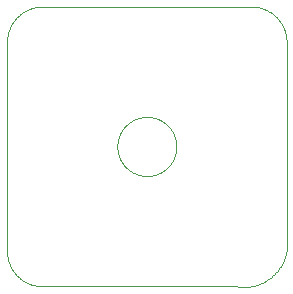
<source format=gko>
G75*
%MOIN*%
%OFA0B0*%
%FSLAX25Y25*%
%IPPOS*%
%LPD*%
%AMOC8*
5,1,8,0,0,1.08239X$1,22.5*
%
%ADD10C,0.00000*%
D10*
X0031333Y0040561D02*
X0031333Y0110159D01*
X0031336Y0110444D01*
X0031347Y0110730D01*
X0031364Y0111015D01*
X0031388Y0111299D01*
X0031419Y0111583D01*
X0031457Y0111866D01*
X0031502Y0112147D01*
X0031553Y0112428D01*
X0031611Y0112708D01*
X0031676Y0112986D01*
X0031748Y0113262D01*
X0031826Y0113536D01*
X0031911Y0113809D01*
X0032003Y0114079D01*
X0032101Y0114347D01*
X0032205Y0114613D01*
X0032316Y0114876D01*
X0032433Y0115136D01*
X0032556Y0115394D01*
X0032686Y0115648D01*
X0032822Y0115899D01*
X0032963Y0116147D01*
X0033111Y0116391D01*
X0033264Y0116632D01*
X0033424Y0116868D01*
X0033589Y0117101D01*
X0033759Y0117330D01*
X0033935Y0117555D01*
X0034117Y0117775D01*
X0034303Y0117991D01*
X0034495Y0118202D01*
X0034692Y0118409D01*
X0034894Y0118611D01*
X0035101Y0118808D01*
X0035312Y0119000D01*
X0035528Y0119186D01*
X0035748Y0119368D01*
X0035973Y0119544D01*
X0036202Y0119714D01*
X0036435Y0119879D01*
X0036671Y0120039D01*
X0036912Y0120192D01*
X0037156Y0120340D01*
X0037404Y0120481D01*
X0037655Y0120617D01*
X0037909Y0120747D01*
X0038167Y0120870D01*
X0038427Y0120987D01*
X0038690Y0121098D01*
X0038956Y0121202D01*
X0039224Y0121300D01*
X0039494Y0121392D01*
X0039767Y0121477D01*
X0040041Y0121555D01*
X0040317Y0121627D01*
X0040595Y0121692D01*
X0040875Y0121750D01*
X0041156Y0121801D01*
X0041437Y0121846D01*
X0041720Y0121884D01*
X0042004Y0121915D01*
X0042288Y0121939D01*
X0042573Y0121956D01*
X0042859Y0121967D01*
X0043144Y0121970D01*
X0112743Y0121970D01*
X0113028Y0121967D01*
X0113314Y0121956D01*
X0113599Y0121939D01*
X0113883Y0121915D01*
X0114167Y0121884D01*
X0114450Y0121846D01*
X0114731Y0121801D01*
X0115012Y0121750D01*
X0115292Y0121692D01*
X0115570Y0121627D01*
X0115846Y0121555D01*
X0116120Y0121477D01*
X0116393Y0121392D01*
X0116663Y0121300D01*
X0116931Y0121202D01*
X0117197Y0121098D01*
X0117460Y0120987D01*
X0117720Y0120870D01*
X0117978Y0120747D01*
X0118232Y0120617D01*
X0118483Y0120481D01*
X0118731Y0120340D01*
X0118975Y0120192D01*
X0119216Y0120039D01*
X0119452Y0119879D01*
X0119685Y0119714D01*
X0119914Y0119544D01*
X0120139Y0119368D01*
X0120359Y0119186D01*
X0120575Y0119000D01*
X0120786Y0118808D01*
X0120993Y0118611D01*
X0121195Y0118409D01*
X0121392Y0118202D01*
X0121584Y0117991D01*
X0121770Y0117775D01*
X0121952Y0117555D01*
X0122128Y0117330D01*
X0122298Y0117101D01*
X0122463Y0116868D01*
X0122623Y0116632D01*
X0122776Y0116391D01*
X0122924Y0116147D01*
X0123065Y0115899D01*
X0123201Y0115648D01*
X0123331Y0115394D01*
X0123454Y0115136D01*
X0123571Y0114876D01*
X0123682Y0114613D01*
X0123786Y0114347D01*
X0123884Y0114079D01*
X0123976Y0113809D01*
X0124061Y0113536D01*
X0124139Y0113262D01*
X0124211Y0112986D01*
X0124276Y0112708D01*
X0124334Y0112428D01*
X0124385Y0112147D01*
X0124430Y0111866D01*
X0124468Y0111583D01*
X0124499Y0111299D01*
X0124523Y0111015D01*
X0124540Y0110730D01*
X0124551Y0110444D01*
X0124554Y0110159D01*
X0124554Y0040561D01*
X0124555Y0040561D02*
X0124489Y0040214D01*
X0124414Y0039870D01*
X0124332Y0039527D01*
X0124241Y0039186D01*
X0124142Y0038848D01*
X0124035Y0038512D01*
X0123919Y0038179D01*
X0123796Y0037848D01*
X0123665Y0037521D01*
X0123526Y0037197D01*
X0123379Y0036876D01*
X0123224Y0036559D01*
X0123062Y0036246D01*
X0122892Y0035937D01*
X0122715Y0035632D01*
X0122530Y0035332D01*
X0122339Y0035036D01*
X0122140Y0034745D01*
X0121934Y0034458D01*
X0121721Y0034177D01*
X0121502Y0033901D01*
X0121276Y0033630D01*
X0121044Y0033365D01*
X0120805Y0033106D01*
X0120560Y0032852D01*
X0120309Y0032604D01*
X0120052Y0032363D01*
X0119789Y0032128D01*
X0119521Y0031899D01*
X0119247Y0031677D01*
X0118968Y0031461D01*
X0118684Y0031252D01*
X0118395Y0031050D01*
X0118101Y0030856D01*
X0117802Y0030668D01*
X0117499Y0030488D01*
X0117192Y0030315D01*
X0116881Y0030149D01*
X0116565Y0029991D01*
X0116246Y0029841D01*
X0115924Y0029699D01*
X0115598Y0029564D01*
X0115269Y0029437D01*
X0114937Y0029318D01*
X0114602Y0029208D01*
X0114265Y0029105D01*
X0113925Y0029011D01*
X0113583Y0028924D01*
X0113239Y0028847D01*
X0112893Y0028777D01*
X0112546Y0028716D01*
X0112197Y0028663D01*
X0111848Y0028619D01*
X0111497Y0028583D01*
X0111145Y0028555D01*
X0110793Y0028537D01*
X0110441Y0028526D01*
X0110088Y0028524D01*
X0109735Y0028531D01*
X0109383Y0028546D01*
X0109031Y0028570D01*
X0108680Y0028602D01*
X0108330Y0028643D01*
X0107981Y0028692D01*
X0107633Y0028749D01*
X0107633Y0028750D02*
X0043144Y0028750D01*
X0042859Y0028753D01*
X0042573Y0028764D01*
X0042288Y0028781D01*
X0042004Y0028805D01*
X0041720Y0028836D01*
X0041437Y0028874D01*
X0041156Y0028919D01*
X0040875Y0028970D01*
X0040595Y0029028D01*
X0040317Y0029093D01*
X0040041Y0029165D01*
X0039767Y0029243D01*
X0039494Y0029328D01*
X0039224Y0029420D01*
X0038956Y0029518D01*
X0038690Y0029622D01*
X0038427Y0029733D01*
X0038167Y0029850D01*
X0037909Y0029973D01*
X0037655Y0030103D01*
X0037404Y0030239D01*
X0037156Y0030380D01*
X0036912Y0030528D01*
X0036671Y0030681D01*
X0036435Y0030841D01*
X0036202Y0031006D01*
X0035973Y0031176D01*
X0035748Y0031352D01*
X0035528Y0031534D01*
X0035312Y0031720D01*
X0035101Y0031912D01*
X0034894Y0032109D01*
X0034692Y0032311D01*
X0034495Y0032518D01*
X0034303Y0032729D01*
X0034117Y0032945D01*
X0033935Y0033165D01*
X0033759Y0033390D01*
X0033589Y0033619D01*
X0033424Y0033852D01*
X0033264Y0034088D01*
X0033111Y0034329D01*
X0032963Y0034573D01*
X0032822Y0034821D01*
X0032686Y0035072D01*
X0032556Y0035326D01*
X0032433Y0035584D01*
X0032316Y0035844D01*
X0032205Y0036107D01*
X0032101Y0036373D01*
X0032003Y0036641D01*
X0031911Y0036911D01*
X0031826Y0037184D01*
X0031748Y0037458D01*
X0031676Y0037734D01*
X0031611Y0038012D01*
X0031553Y0038292D01*
X0031502Y0038573D01*
X0031457Y0038854D01*
X0031419Y0039137D01*
X0031388Y0039421D01*
X0031364Y0039705D01*
X0031347Y0039990D01*
X0031336Y0040276D01*
X0031333Y0040561D01*
X0068100Y0075360D02*
X0068103Y0075602D01*
X0068112Y0075843D01*
X0068127Y0076084D01*
X0068147Y0076325D01*
X0068174Y0076565D01*
X0068207Y0076804D01*
X0068245Y0077043D01*
X0068289Y0077280D01*
X0068339Y0077517D01*
X0068395Y0077752D01*
X0068457Y0077985D01*
X0068524Y0078217D01*
X0068597Y0078448D01*
X0068675Y0078676D01*
X0068760Y0078902D01*
X0068849Y0079127D01*
X0068944Y0079349D01*
X0069045Y0079568D01*
X0069151Y0079786D01*
X0069262Y0080000D01*
X0069379Y0080212D01*
X0069500Y0080420D01*
X0069627Y0080626D01*
X0069759Y0080828D01*
X0069896Y0081028D01*
X0070037Y0081223D01*
X0070183Y0081416D01*
X0070334Y0081604D01*
X0070490Y0081789D01*
X0070650Y0081970D01*
X0070814Y0082147D01*
X0070983Y0082320D01*
X0071156Y0082489D01*
X0071333Y0082653D01*
X0071514Y0082813D01*
X0071699Y0082969D01*
X0071887Y0083120D01*
X0072080Y0083266D01*
X0072275Y0083407D01*
X0072475Y0083544D01*
X0072677Y0083676D01*
X0072883Y0083803D01*
X0073091Y0083924D01*
X0073303Y0084041D01*
X0073517Y0084152D01*
X0073735Y0084258D01*
X0073954Y0084359D01*
X0074176Y0084454D01*
X0074401Y0084543D01*
X0074627Y0084628D01*
X0074855Y0084706D01*
X0075086Y0084779D01*
X0075318Y0084846D01*
X0075551Y0084908D01*
X0075786Y0084964D01*
X0076023Y0085014D01*
X0076260Y0085058D01*
X0076499Y0085096D01*
X0076738Y0085129D01*
X0076978Y0085156D01*
X0077219Y0085176D01*
X0077460Y0085191D01*
X0077701Y0085200D01*
X0077943Y0085203D01*
X0078185Y0085200D01*
X0078426Y0085191D01*
X0078667Y0085176D01*
X0078908Y0085156D01*
X0079148Y0085129D01*
X0079387Y0085096D01*
X0079626Y0085058D01*
X0079863Y0085014D01*
X0080100Y0084964D01*
X0080335Y0084908D01*
X0080568Y0084846D01*
X0080800Y0084779D01*
X0081031Y0084706D01*
X0081259Y0084628D01*
X0081485Y0084543D01*
X0081710Y0084454D01*
X0081932Y0084359D01*
X0082151Y0084258D01*
X0082369Y0084152D01*
X0082583Y0084041D01*
X0082795Y0083924D01*
X0083003Y0083803D01*
X0083209Y0083676D01*
X0083411Y0083544D01*
X0083611Y0083407D01*
X0083806Y0083266D01*
X0083999Y0083120D01*
X0084187Y0082969D01*
X0084372Y0082813D01*
X0084553Y0082653D01*
X0084730Y0082489D01*
X0084903Y0082320D01*
X0085072Y0082147D01*
X0085236Y0081970D01*
X0085396Y0081789D01*
X0085552Y0081604D01*
X0085703Y0081416D01*
X0085849Y0081223D01*
X0085990Y0081028D01*
X0086127Y0080828D01*
X0086259Y0080626D01*
X0086386Y0080420D01*
X0086507Y0080212D01*
X0086624Y0080000D01*
X0086735Y0079786D01*
X0086841Y0079568D01*
X0086942Y0079349D01*
X0087037Y0079127D01*
X0087126Y0078902D01*
X0087211Y0078676D01*
X0087289Y0078448D01*
X0087362Y0078217D01*
X0087429Y0077985D01*
X0087491Y0077752D01*
X0087547Y0077517D01*
X0087597Y0077280D01*
X0087641Y0077043D01*
X0087679Y0076804D01*
X0087712Y0076565D01*
X0087739Y0076325D01*
X0087759Y0076084D01*
X0087774Y0075843D01*
X0087783Y0075602D01*
X0087786Y0075360D01*
X0087783Y0075118D01*
X0087774Y0074877D01*
X0087759Y0074636D01*
X0087739Y0074395D01*
X0087712Y0074155D01*
X0087679Y0073916D01*
X0087641Y0073677D01*
X0087597Y0073440D01*
X0087547Y0073203D01*
X0087491Y0072968D01*
X0087429Y0072735D01*
X0087362Y0072503D01*
X0087289Y0072272D01*
X0087211Y0072044D01*
X0087126Y0071818D01*
X0087037Y0071593D01*
X0086942Y0071371D01*
X0086841Y0071152D01*
X0086735Y0070934D01*
X0086624Y0070720D01*
X0086507Y0070508D01*
X0086386Y0070300D01*
X0086259Y0070094D01*
X0086127Y0069892D01*
X0085990Y0069692D01*
X0085849Y0069497D01*
X0085703Y0069304D01*
X0085552Y0069116D01*
X0085396Y0068931D01*
X0085236Y0068750D01*
X0085072Y0068573D01*
X0084903Y0068400D01*
X0084730Y0068231D01*
X0084553Y0068067D01*
X0084372Y0067907D01*
X0084187Y0067751D01*
X0083999Y0067600D01*
X0083806Y0067454D01*
X0083611Y0067313D01*
X0083411Y0067176D01*
X0083209Y0067044D01*
X0083003Y0066917D01*
X0082795Y0066796D01*
X0082583Y0066679D01*
X0082369Y0066568D01*
X0082151Y0066462D01*
X0081932Y0066361D01*
X0081710Y0066266D01*
X0081485Y0066177D01*
X0081259Y0066092D01*
X0081031Y0066014D01*
X0080800Y0065941D01*
X0080568Y0065874D01*
X0080335Y0065812D01*
X0080100Y0065756D01*
X0079863Y0065706D01*
X0079626Y0065662D01*
X0079387Y0065624D01*
X0079148Y0065591D01*
X0078908Y0065564D01*
X0078667Y0065544D01*
X0078426Y0065529D01*
X0078185Y0065520D01*
X0077943Y0065517D01*
X0077701Y0065520D01*
X0077460Y0065529D01*
X0077219Y0065544D01*
X0076978Y0065564D01*
X0076738Y0065591D01*
X0076499Y0065624D01*
X0076260Y0065662D01*
X0076023Y0065706D01*
X0075786Y0065756D01*
X0075551Y0065812D01*
X0075318Y0065874D01*
X0075086Y0065941D01*
X0074855Y0066014D01*
X0074627Y0066092D01*
X0074401Y0066177D01*
X0074176Y0066266D01*
X0073954Y0066361D01*
X0073735Y0066462D01*
X0073517Y0066568D01*
X0073303Y0066679D01*
X0073091Y0066796D01*
X0072883Y0066917D01*
X0072677Y0067044D01*
X0072475Y0067176D01*
X0072275Y0067313D01*
X0072080Y0067454D01*
X0071887Y0067600D01*
X0071699Y0067751D01*
X0071514Y0067907D01*
X0071333Y0068067D01*
X0071156Y0068231D01*
X0070983Y0068400D01*
X0070814Y0068573D01*
X0070650Y0068750D01*
X0070490Y0068931D01*
X0070334Y0069116D01*
X0070183Y0069304D01*
X0070037Y0069497D01*
X0069896Y0069692D01*
X0069759Y0069892D01*
X0069627Y0070094D01*
X0069500Y0070300D01*
X0069379Y0070508D01*
X0069262Y0070720D01*
X0069151Y0070934D01*
X0069045Y0071152D01*
X0068944Y0071371D01*
X0068849Y0071593D01*
X0068760Y0071818D01*
X0068675Y0072044D01*
X0068597Y0072272D01*
X0068524Y0072503D01*
X0068457Y0072735D01*
X0068395Y0072968D01*
X0068339Y0073203D01*
X0068289Y0073440D01*
X0068245Y0073677D01*
X0068207Y0073916D01*
X0068174Y0074155D01*
X0068147Y0074395D01*
X0068127Y0074636D01*
X0068112Y0074877D01*
X0068103Y0075118D01*
X0068100Y0075360D01*
M02*

</source>
